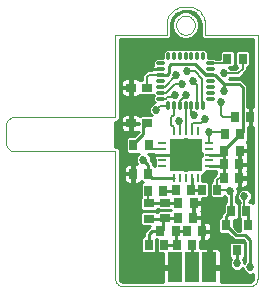
<source format=gtl>
G75*
%MOIN*%
%OFA0B0*%
%FSLAX24Y24*%
%IPPOS*%
%LPD*%
%AMOC8*
5,1,8,0,0,1.08239X$1,22.5*
%
%ADD10C,0.0000*%
%ADD11R,0.1063X0.1063*%
%ADD12R,0.0276X0.0098*%
%ADD13R,0.0098X0.0276*%
%ADD14R,0.0276X0.0354*%
%ADD15R,0.0354X0.0276*%
%ADD16R,0.0343X0.0307*%
%ADD17R,0.0500X0.1000*%
%ADD18R,0.0315X0.0354*%
%ADD19C,0.0118*%
%ADD20C,0.0100*%
%ADD21C,0.0160*%
%ADD22C,0.0270*%
%ADD23C,0.0080*%
D10*
X009958Y013875D02*
X013333Y013875D01*
X013333Y009625D01*
X013335Y009595D01*
X013340Y009565D01*
X013349Y009536D01*
X013362Y009509D01*
X013377Y009483D01*
X013396Y009459D01*
X013417Y009438D01*
X013441Y009419D01*
X013467Y009404D01*
X013494Y009391D01*
X013523Y009382D01*
X013553Y009377D01*
X013583Y009375D01*
X017831Y009375D01*
X017861Y009377D01*
X017891Y009382D01*
X017920Y009391D01*
X017948Y009403D01*
X017973Y009419D01*
X017997Y009437D01*
X018019Y009458D01*
X018038Y009482D01*
X018053Y009508D01*
X018066Y009535D01*
X018075Y009564D01*
X018081Y009594D01*
X018083Y009624D01*
X018083Y017750D01*
X016333Y017750D01*
X016333Y018124D01*
X016333Y018125D02*
X016330Y018170D01*
X016323Y018215D01*
X016313Y018259D01*
X016300Y018303D01*
X016283Y018345D01*
X016263Y018386D01*
X016239Y018425D01*
X016213Y018462D01*
X016184Y018497D01*
X016152Y018529D01*
X016118Y018559D01*
X016082Y018586D01*
X016043Y018611D01*
X016003Y018632D01*
X015961Y018650D01*
X015918Y018664D01*
X015874Y018675D01*
X015829Y018683D01*
X015784Y018687D01*
X015738Y018688D01*
X015739Y018688D02*
X015603Y018688D01*
X015602Y018687D02*
X015555Y018682D01*
X015509Y018672D01*
X015464Y018660D01*
X015420Y018643D01*
X015377Y018624D01*
X015336Y018601D01*
X015297Y018575D01*
X015260Y018546D01*
X015226Y018514D01*
X015194Y018479D01*
X015164Y018442D01*
X015138Y018403D01*
X015115Y018362D01*
X015096Y018319D01*
X015079Y018275D01*
X015067Y018230D01*
X015057Y018184D01*
X015052Y018137D01*
X015050Y018090D01*
X015052Y018043D01*
X015052Y017750D01*
X013333Y017750D01*
X013333Y015000D01*
X009958Y015000D01*
X009928Y014998D01*
X009898Y014993D01*
X009869Y014984D01*
X009842Y014971D01*
X009816Y014956D01*
X009792Y014937D01*
X009771Y014916D01*
X009752Y014892D01*
X009737Y014866D01*
X009724Y014839D01*
X009715Y014810D01*
X009710Y014780D01*
X009708Y014750D01*
X009708Y014125D01*
X009710Y014095D01*
X009715Y014065D01*
X009724Y014036D01*
X009737Y014009D01*
X009752Y013983D01*
X009771Y013959D01*
X009792Y013938D01*
X009816Y013919D01*
X009842Y013904D01*
X009869Y013891D01*
X009898Y013882D01*
X009928Y013877D01*
X009958Y013875D01*
X015370Y018064D02*
X015372Y018099D01*
X015378Y018134D01*
X015388Y018167D01*
X015401Y018200D01*
X015418Y018231D01*
X015438Y018259D01*
X015462Y018285D01*
X015488Y018309D01*
X015516Y018329D01*
X015547Y018346D01*
X015580Y018359D01*
X015613Y018369D01*
X015648Y018375D01*
X015683Y018377D01*
X015718Y018375D01*
X015753Y018369D01*
X015786Y018359D01*
X015819Y018346D01*
X015850Y018329D01*
X015878Y018309D01*
X015904Y018285D01*
X015928Y018259D01*
X015948Y018231D01*
X015965Y018200D01*
X015978Y018167D01*
X015988Y018134D01*
X015994Y018099D01*
X015996Y018064D01*
X015994Y018029D01*
X015988Y017994D01*
X015978Y017961D01*
X015965Y017928D01*
X015948Y017897D01*
X015928Y017869D01*
X015904Y017843D01*
X015878Y017819D01*
X015850Y017799D01*
X015819Y017782D01*
X015786Y017769D01*
X015753Y017759D01*
X015718Y017753D01*
X015683Y017751D01*
X015648Y017753D01*
X015613Y017759D01*
X015580Y017769D01*
X015547Y017782D01*
X015516Y017799D01*
X015488Y017819D01*
X015462Y017843D01*
X015438Y017869D01*
X015418Y017897D01*
X015401Y017928D01*
X015388Y017961D01*
X015378Y017994D01*
X015372Y018029D01*
X015370Y018064D01*
D11*
X015689Y013758D03*
D12*
X016464Y013758D03*
X016464Y013955D03*
X016464Y014152D03*
X016464Y013561D03*
X016464Y013364D03*
X014913Y013364D03*
X014913Y013561D03*
X014913Y013758D03*
X014913Y013955D03*
X014913Y014152D03*
D13*
X015295Y014533D03*
X015492Y014533D03*
X015689Y014533D03*
X015885Y014533D03*
X016082Y014533D03*
X016082Y012982D03*
X015885Y012982D03*
X015689Y012982D03*
X015492Y012982D03*
X015295Y012982D03*
D14*
X015358Y012578D03*
X014942Y012550D03*
X014430Y012550D03*
X014443Y013118D03*
X013931Y013118D03*
X013948Y014077D03*
X014460Y014077D03*
X015870Y012578D03*
X016226Y012583D03*
X015950Y012142D03*
X015933Y011653D03*
X015736Y011195D03*
X015359Y011214D03*
X015421Y011653D03*
X015438Y012142D03*
X014847Y011214D03*
X014969Y010748D03*
X015394Y010745D03*
X015905Y010745D03*
X016248Y011195D03*
X017202Y011875D03*
X017714Y011875D03*
X017469Y012976D03*
X017471Y013438D03*
X017489Y013883D03*
X016977Y013883D03*
X016959Y013438D03*
X016957Y012976D03*
X016738Y012583D03*
X017003Y014451D03*
X017515Y014451D03*
X017327Y015000D03*
X017839Y015000D03*
X017585Y016951D03*
X017074Y016951D03*
X014457Y010748D03*
D15*
X014463Y011617D03*
X014463Y012128D03*
X015006Y012157D03*
X015006Y011645D03*
D16*
X014399Y014797D03*
X013864Y014797D03*
X013864Y015990D03*
X014399Y015990D03*
D17*
X015328Y009993D03*
X015900Y009998D03*
X016468Y009993D03*
D18*
X017395Y010569D03*
X017769Y011396D03*
X017021Y011396D03*
D19*
X016272Y015307D02*
X016272Y015465D01*
X016075Y015465D02*
X016075Y015307D01*
X015879Y015307D02*
X015879Y015465D01*
X015682Y015465D02*
X015682Y015307D01*
X015485Y015307D02*
X015485Y015465D01*
X015288Y015465D02*
X015288Y015307D01*
X015091Y015307D02*
X015091Y015465D01*
X014934Y015622D02*
X014776Y015622D01*
X014776Y015819D02*
X014934Y015819D01*
X014934Y016016D02*
X014776Y016016D01*
X014776Y016213D02*
X014934Y016213D01*
X014934Y016410D02*
X014776Y016410D01*
X014776Y016607D02*
X014934Y016607D01*
X014934Y016803D02*
X014776Y016803D01*
X015091Y016961D02*
X015091Y017119D01*
X015288Y017119D02*
X015288Y016961D01*
X015485Y016961D02*
X015485Y017119D01*
X015682Y017119D02*
X015682Y016961D01*
X015879Y016961D02*
X015879Y017119D01*
X016075Y017119D02*
X016075Y016961D01*
X016272Y016961D02*
X016272Y017119D01*
X016430Y016803D02*
X016588Y016803D01*
X016588Y016607D02*
X016430Y016607D01*
X016430Y016410D02*
X016588Y016410D01*
X016588Y016213D02*
X016430Y016213D01*
X016430Y016016D02*
X016588Y016016D01*
X016588Y015819D02*
X016430Y015819D01*
X016430Y015622D02*
X016588Y015622D01*
D20*
X016958Y015875D02*
X016958Y016125D01*
X017458Y016125D01*
X017583Y016000D01*
X017583Y014500D01*
X017534Y014451D01*
X017515Y014451D01*
X016977Y013913D01*
X016977Y013883D01*
X016852Y013758D01*
X016464Y013758D01*
X016841Y013758D01*
X016958Y013875D01*
X016958Y013500D01*
X016958Y013378D01*
X016959Y013364D02*
X016959Y012978D01*
X016957Y012976D01*
X016709Y013110D02*
X016664Y013065D01*
X016576Y012977D01*
X016576Y012871D01*
X016555Y012871D01*
X016490Y012806D01*
X016490Y012361D01*
X016555Y012296D01*
X016922Y012296D01*
X016986Y012361D01*
X016986Y012376D01*
X017038Y012324D01*
X017042Y012322D01*
X017042Y012162D01*
X017019Y012162D01*
X016955Y012098D01*
X016955Y011853D01*
X016861Y011759D01*
X016861Y011683D01*
X016818Y011683D01*
X016753Y011619D01*
X016753Y011173D01*
X016818Y011109D01*
X017081Y011109D01*
X017194Y010996D01*
X017288Y010903D01*
X017598Y010903D01*
X017673Y010827D01*
X017673Y010186D01*
X017640Y010153D01*
X017640Y010175D01*
X017602Y010265D01*
X017585Y010282D01*
X017598Y010282D01*
X017662Y010347D01*
X017662Y010792D01*
X017598Y010857D01*
X017192Y010857D01*
X017127Y010792D01*
X017127Y010347D01*
X017192Y010282D01*
X017204Y010282D01*
X017187Y010265D01*
X017150Y010175D01*
X017150Y010078D01*
X017187Y009987D01*
X017256Y009919D01*
X017346Y009881D01*
X017443Y009881D01*
X017533Y009919D01*
X017588Y009974D01*
X017588Y009951D01*
X017626Y009861D01*
X017695Y009792D01*
X017785Y009755D01*
X017882Y009755D01*
X017933Y009776D01*
X017933Y009625D01*
X017930Y009599D01*
X017903Y009554D01*
X017858Y009528D01*
X017832Y009525D01*
X017832Y009525D01*
X017770Y009525D01*
X017770Y009525D01*
X016868Y009525D01*
X016868Y009943D01*
X016518Y009943D01*
X016518Y010042D01*
X016868Y010042D01*
X016868Y010512D01*
X016858Y010550D01*
X016838Y010585D01*
X016810Y010613D01*
X016776Y010632D01*
X016738Y010642D01*
X016518Y010642D01*
X016518Y010043D01*
X016418Y010043D01*
X016418Y010642D01*
X016199Y010642D01*
X016160Y010632D01*
X016153Y010628D01*
X016153Y010868D01*
X016229Y010868D01*
X016229Y011176D01*
X016267Y011176D01*
X016267Y010868D01*
X016405Y010868D01*
X016444Y010878D01*
X016478Y010898D01*
X016506Y010926D01*
X016525Y010960D01*
X016536Y010998D01*
X016536Y011176D01*
X016267Y011176D01*
X016267Y011214D01*
X016536Y011214D01*
X016536Y011392D01*
X016525Y011430D01*
X016506Y011465D01*
X016478Y011493D01*
X016444Y011512D01*
X016405Y011522D01*
X016267Y011522D01*
X016267Y011214D01*
X016229Y011214D01*
X016229Y011522D01*
X016221Y011522D01*
X016221Y011634D01*
X015952Y011634D01*
X015952Y011672D01*
X015914Y011672D01*
X015914Y011815D01*
X015931Y011815D01*
X015931Y012123D01*
X015969Y012123D01*
X015969Y011980D01*
X015952Y011980D01*
X015952Y011672D01*
X016221Y011672D01*
X016221Y011850D01*
X016212Y011881D01*
X016228Y011907D01*
X016238Y011945D01*
X016238Y012124D01*
X015969Y012124D01*
X015969Y012161D01*
X016238Y012161D01*
X016238Y012296D01*
X016410Y012296D01*
X016474Y012361D01*
X016474Y012806D01*
X016410Y012871D01*
X016242Y012871D01*
X016242Y013077D01*
X016278Y013087D01*
X016312Y013106D01*
X016340Y013134D01*
X016360Y013168D01*
X016370Y013205D01*
X016397Y013205D01*
X016398Y013204D01*
X016715Y013204D01*
X016709Y013199D01*
X016709Y013110D01*
X016709Y013115D02*
X016320Y013115D01*
X016242Y013016D02*
X016615Y013016D01*
X016576Y012918D02*
X016242Y012918D01*
X016461Y012819D02*
X016503Y012819D01*
X016490Y012721D02*
X016474Y012721D01*
X016474Y012622D02*
X016490Y012622D01*
X016490Y012524D02*
X016474Y012524D01*
X016474Y012425D02*
X016490Y012425D01*
X016524Y012327D02*
X016440Y012327D01*
X016238Y012228D02*
X017042Y012228D01*
X017035Y012327D02*
X016952Y012327D01*
X016986Y012130D02*
X015969Y012130D01*
X015969Y012031D02*
X015931Y012031D01*
X015931Y011933D02*
X015952Y011933D01*
X015952Y011834D02*
X015931Y011834D01*
X015914Y011736D02*
X015952Y011736D01*
X015952Y011637D02*
X016771Y011637D01*
X016753Y011539D02*
X016221Y011539D01*
X016229Y011440D02*
X016267Y011440D01*
X016267Y011342D02*
X016229Y011342D01*
X016229Y011243D02*
X016267Y011243D01*
X016267Y011145D02*
X016229Y011145D01*
X016229Y011046D02*
X016267Y011046D01*
X016267Y010948D02*
X016229Y010948D01*
X016153Y010849D02*
X017184Y010849D01*
X017127Y010751D02*
X016153Y010751D01*
X016153Y010652D02*
X017127Y010652D01*
X017127Y010554D02*
X016856Y010554D01*
X016868Y010455D02*
X017127Y010455D01*
X017127Y010357D02*
X016868Y010357D01*
X016868Y010258D02*
X017184Y010258D01*
X017150Y010160D02*
X016868Y010160D01*
X016868Y010061D02*
X017156Y010061D01*
X017212Y009963D02*
X016518Y009963D01*
X016518Y010061D02*
X016418Y010061D01*
X016418Y010160D02*
X016518Y010160D01*
X016518Y010258D02*
X016418Y010258D01*
X016418Y010357D02*
X016518Y010357D01*
X016518Y010455D02*
X016418Y010455D01*
X016418Y010554D02*
X016518Y010554D01*
X016518Y010948D02*
X017243Y010948D01*
X017144Y011046D02*
X016536Y011046D01*
X016536Y011145D02*
X016782Y011145D01*
X016753Y011243D02*
X016536Y011243D01*
X016536Y011342D02*
X016753Y011342D01*
X016753Y011440D02*
X016520Y011440D01*
X016221Y011736D02*
X016861Y011736D01*
X016935Y011834D02*
X016221Y011834D01*
X016234Y011933D02*
X016955Y011933D01*
X016955Y012031D02*
X016238Y012031D01*
X016226Y012583D02*
X015874Y012583D01*
X015870Y012578D01*
X015885Y012594D01*
X015885Y012982D01*
X015739Y013230D02*
X015639Y013230D01*
X015639Y013708D01*
X015739Y013708D01*
X016216Y013708D01*
X016216Y013808D01*
X015739Y013808D01*
X015739Y013708D01*
X015739Y013230D01*
X015739Y013312D02*
X015639Y013312D01*
X015639Y013410D02*
X015739Y013410D01*
X015739Y013509D02*
X015639Y013509D01*
X015639Y013607D02*
X015739Y013607D01*
X015739Y013706D02*
X015639Y013706D01*
X015639Y013708D02*
X015201Y013708D01*
X015201Y013758D01*
X014913Y013758D01*
X014913Y013758D01*
X014625Y013758D01*
X014625Y013790D01*
X014421Y013790D01*
X014484Y013728D01*
X014521Y013637D01*
X014521Y013570D01*
X014603Y013488D01*
X014603Y013405D01*
X014626Y013405D01*
X014665Y013366D01*
X014665Y013459D01*
X014669Y013463D01*
X014665Y013466D01*
X014665Y013607D01*
X014521Y013607D01*
X014493Y013706D02*
X014625Y013706D01*
X014625Y013689D02*
X014635Y013651D01*
X014655Y013617D01*
X014665Y013607D01*
X014625Y013689D02*
X014625Y013758D01*
X014913Y013758D01*
X014913Y013758D01*
X015201Y013758D01*
X015201Y013808D01*
X015639Y013808D01*
X015639Y014286D01*
X015739Y014286D01*
X015739Y013808D01*
X015639Y013808D01*
X015639Y013708D01*
X015639Y013804D02*
X015201Y013804D01*
X015639Y013903D02*
X015739Y013903D01*
X015739Y014001D02*
X015639Y014001D01*
X015639Y014100D02*
X015739Y014100D01*
X015739Y014198D02*
X015639Y014198D01*
X015739Y013804D02*
X016216Y013804D01*
X016464Y013364D02*
X016959Y013364D01*
X016959Y013438D01*
X017452Y013419D02*
X017452Y013111D01*
X017450Y013111D01*
X017450Y012995D01*
X017488Y012995D01*
X017756Y012995D01*
X017756Y013173D01*
X017748Y013203D01*
X017749Y013203D01*
X017759Y013241D01*
X017759Y013419D01*
X017490Y013419D01*
X017490Y013303D01*
X017488Y013303D01*
X017488Y012995D01*
X017488Y012957D01*
X017756Y012957D01*
X017756Y012779D01*
X017746Y012741D01*
X017726Y012707D01*
X017699Y012679D01*
X017664Y012659D01*
X017626Y012649D01*
X017488Y012649D01*
X017488Y012957D01*
X017450Y012957D01*
X017450Y012649D01*
X017394Y012649D01*
X017422Y012580D01*
X017422Y012483D01*
X017385Y012392D01*
X017362Y012370D01*
X017362Y012162D01*
X017386Y012162D01*
X017450Y012098D01*
X017450Y011652D01*
X017386Y011588D01*
X017288Y011588D01*
X017288Y011355D01*
X017421Y011222D01*
X017501Y011222D01*
X017501Y011618D01*
X017466Y011652D01*
X017466Y012098D01*
X017496Y012127D01*
X017496Y012179D01*
X017438Y012236D01*
X017401Y012326D01*
X017401Y012424D01*
X017438Y012514D01*
X017507Y012583D01*
X017597Y012620D01*
X017695Y012620D01*
X017785Y012583D01*
X017854Y012514D01*
X017891Y012424D01*
X017891Y012326D01*
X017854Y012236D01*
X017796Y012179D01*
X017796Y012162D01*
X017898Y012162D01*
X017933Y012126D01*
X017933Y014673D01*
X017858Y014673D01*
X017858Y014981D01*
X017820Y014981D01*
X017820Y014673D01*
X017763Y014673D01*
X017763Y014228D01*
X017716Y014181D01*
X017719Y014180D01*
X017746Y014152D01*
X017766Y014118D01*
X017776Y014079D01*
X017776Y013901D01*
X017508Y013901D01*
X017508Y013864D01*
X017776Y013864D01*
X017776Y013686D01*
X017766Y013647D01*
X017759Y013635D01*
X017759Y013457D01*
X017490Y013457D01*
X017490Y013419D01*
X017452Y013419D01*
X017452Y013410D02*
X017490Y013410D01*
X017490Y013457D02*
X017452Y013457D01*
X017452Y013555D01*
X017470Y013555D01*
X017470Y013864D01*
X017508Y013864D01*
X017508Y013765D01*
X017490Y013765D01*
X017490Y013457D01*
X017490Y013509D02*
X017452Y013509D01*
X017470Y013607D02*
X017490Y013607D01*
X017490Y013706D02*
X017470Y013706D01*
X017470Y013804D02*
X017508Y013804D01*
X017776Y013804D02*
X017933Y013804D01*
X017933Y013706D02*
X017776Y013706D01*
X017759Y013607D02*
X017933Y013607D01*
X017933Y013509D02*
X017759Y013509D01*
X017759Y013410D02*
X017933Y013410D01*
X017933Y013312D02*
X017759Y013312D01*
X017751Y013213D02*
X017933Y013213D01*
X017933Y013115D02*
X017756Y013115D01*
X017756Y013016D02*
X017933Y013016D01*
X017933Y012918D02*
X017756Y012918D01*
X017756Y012819D02*
X017933Y012819D01*
X017933Y012721D02*
X017734Y012721D01*
X017933Y012622D02*
X017405Y012622D01*
X017422Y012524D02*
X017448Y012524D01*
X017401Y012425D02*
X017398Y012425D01*
X017401Y012327D02*
X017362Y012327D01*
X017362Y012228D02*
X017446Y012228D01*
X017418Y012130D02*
X017496Y012130D01*
X017466Y012031D02*
X017450Y012031D01*
X017450Y011933D02*
X017466Y011933D01*
X017466Y011834D02*
X017450Y011834D01*
X017450Y011736D02*
X017466Y011736D01*
X017482Y011637D02*
X017435Y011637D01*
X017501Y011539D02*
X017288Y011539D01*
X017288Y011440D02*
X017501Y011440D01*
X017501Y011342D02*
X017302Y011342D01*
X017400Y011243D02*
X017501Y011243D01*
X017354Y011063D02*
X017664Y011063D01*
X017833Y010893D01*
X017833Y010000D01*
X017646Y010160D02*
X017640Y010160D01*
X017673Y010258D02*
X017605Y010258D01*
X017662Y010357D02*
X017673Y010357D01*
X017662Y010455D02*
X017673Y010455D01*
X017662Y010554D02*
X017673Y010554D01*
X017662Y010652D02*
X017673Y010652D01*
X017662Y010751D02*
X017673Y010751D01*
X017651Y010849D02*
X017605Y010849D01*
X017354Y011063D02*
X017021Y011396D01*
X017021Y011693D01*
X017202Y011875D01*
X017202Y012506D01*
X017450Y012721D02*
X017488Y012721D01*
X017488Y012819D02*
X017450Y012819D01*
X017450Y012918D02*
X017488Y012918D01*
X017488Y013016D02*
X017450Y013016D01*
X017452Y013115D02*
X017488Y013115D01*
X017488Y013213D02*
X017452Y013213D01*
X017452Y013312D02*
X017490Y013312D01*
X017776Y013903D02*
X017933Y013903D01*
X017933Y014001D02*
X017776Y014001D01*
X017771Y014100D02*
X017933Y014100D01*
X017933Y014198D02*
X017733Y014198D01*
X017763Y014297D02*
X017933Y014297D01*
X017933Y014395D02*
X017763Y014395D01*
X017763Y014494D02*
X017933Y014494D01*
X017933Y014592D02*
X017763Y014592D01*
X017820Y014691D02*
X017858Y014691D01*
X017858Y014789D02*
X017820Y014789D01*
X017820Y014888D02*
X017858Y014888D01*
X017858Y015019D02*
X017820Y015019D01*
X017820Y015327D01*
X017743Y015327D01*
X017743Y016066D01*
X017618Y016191D01*
X017525Y016285D01*
X017135Y016285D01*
X017167Y016318D01*
X017488Y016318D01*
X017645Y016475D01*
X017733Y016563D01*
X017733Y016664D01*
X017769Y016664D01*
X017833Y016729D01*
X017833Y017174D01*
X017769Y017238D01*
X017402Y017238D01*
X017338Y017174D01*
X017338Y016729D01*
X017402Y016664D01*
X017410Y016664D01*
X017364Y016617D01*
X017167Y016617D01*
X017121Y016664D01*
X017257Y016664D01*
X017321Y016729D01*
X017321Y017174D01*
X017257Y017238D01*
X016890Y017238D01*
X016826Y017174D01*
X016826Y016953D01*
X016676Y016953D01*
X016657Y016972D01*
X016441Y016972D01*
X016441Y017188D01*
X016342Y017287D01*
X016202Y017287D01*
X016174Y017259D01*
X016145Y017287D01*
X016005Y017287D01*
X015977Y017259D01*
X015949Y017287D01*
X015809Y017287D01*
X015780Y017259D01*
X015752Y017287D01*
X015612Y017287D01*
X015583Y017259D01*
X015555Y017287D01*
X015415Y017287D01*
X015386Y017259D01*
X015358Y017287D01*
X015218Y017287D01*
X015190Y017259D01*
X015161Y017287D01*
X015021Y017287D01*
X014922Y017188D01*
X014922Y016972D01*
X014706Y016972D01*
X014607Y016873D01*
X014607Y016733D01*
X014608Y016733D01*
X014581Y016687D01*
X014567Y016634D01*
X014567Y016607D01*
X014855Y016607D01*
X014855Y016607D01*
X014567Y016607D01*
X014567Y016579D01*
X014572Y016560D01*
X014401Y016560D01*
X014336Y016495D01*
X014248Y016407D01*
X014248Y016254D01*
X014182Y016254D01*
X014159Y016230D01*
X014155Y016236D01*
X014127Y016264D01*
X014093Y016283D01*
X014055Y016294D01*
X013891Y016294D01*
X013891Y016017D01*
X013837Y016017D01*
X013837Y015963D01*
X013891Y015963D01*
X013891Y015687D01*
X014055Y015687D01*
X014093Y015697D01*
X014127Y015717D01*
X014155Y015745D01*
X014159Y015750D01*
X014182Y015727D01*
X014616Y015727D01*
X014623Y015733D01*
X014636Y015721D01*
X014607Y015692D01*
X014607Y015552D01*
X014664Y015495D01*
X014660Y015495D01*
X014570Y015458D01*
X014501Y015389D01*
X014463Y015299D01*
X014463Y015201D01*
X014501Y015111D01*
X014551Y015061D01*
X014182Y015061D01*
X014159Y015037D01*
X014155Y015043D01*
X014127Y015071D01*
X014093Y015091D01*
X014055Y015101D01*
X013891Y015101D01*
X013891Y014824D01*
X014118Y014824D01*
X014118Y014770D01*
X013891Y014770D01*
X013891Y014824D01*
X013837Y014824D01*
X013837Y014770D01*
X013891Y014770D01*
X013891Y014494D01*
X014055Y014494D01*
X014093Y014504D01*
X014116Y014517D01*
X014116Y014513D01*
X013968Y014364D01*
X013765Y014364D01*
X013700Y014300D01*
X013700Y013854D01*
X013765Y013790D01*
X014131Y013790D01*
X014068Y013728D01*
X014031Y013637D01*
X014031Y013540D01*
X014068Y013450D01*
X014073Y013445D01*
X013950Y013445D01*
X013950Y013137D01*
X013912Y013137D01*
X013912Y013445D01*
X013773Y013445D01*
X013735Y013435D01*
X013701Y013415D01*
X013673Y013387D01*
X013653Y013353D01*
X013643Y013315D01*
X013643Y013137D01*
X013912Y013137D01*
X013912Y013099D01*
X013643Y013099D01*
X013643Y012921D01*
X013653Y012883D01*
X013673Y012848D01*
X013701Y012820D01*
X013735Y012801D01*
X013773Y012790D01*
X013912Y012790D01*
X013912Y013099D01*
X013950Y013099D01*
X013950Y012790D01*
X014088Y012790D01*
X014126Y012801D01*
X014161Y012820D01*
X014189Y012848D01*
X014208Y012882D01*
X014253Y012837D01*
X014246Y012837D01*
X014182Y012772D01*
X014182Y012327D01*
X014187Y012322D01*
X014176Y012312D01*
X014176Y011945D01*
X014241Y011881D01*
X014686Y011881D01*
X014749Y011944D01*
X014784Y011909D01*
X015201Y011909D01*
X015204Y011906D01*
X015191Y011893D01*
X014784Y011893D01*
X014720Y011830D01*
X014686Y011864D01*
X014241Y011864D01*
X014176Y011800D01*
X014176Y011433D01*
X014241Y011369D01*
X014483Y011369D01*
X014397Y011282D01*
X014303Y011189D01*
X014303Y011035D01*
X014274Y011035D01*
X014210Y010970D01*
X014210Y010525D01*
X014274Y010460D01*
X014641Y010460D01*
X014705Y010525D01*
X014705Y010927D01*
X014721Y010927D01*
X014721Y010525D01*
X014786Y010460D01*
X014928Y010460D01*
X014928Y010042D01*
X015278Y010042D01*
X015278Y009943D01*
X014928Y009943D01*
X014928Y009525D01*
X013583Y009525D01*
X013557Y009528D01*
X013513Y009554D01*
X013487Y009599D01*
X013483Y009625D01*
X013483Y013937D01*
X013395Y014025D01*
X013333Y014025D01*
X013333Y014850D01*
X013395Y014850D01*
X013483Y014938D01*
X013483Y017600D01*
X015114Y017600D01*
X015202Y017688D01*
X015202Y017988D01*
X015206Y017993D01*
X015202Y018049D01*
X015202Y018078D01*
X015203Y018143D01*
X015258Y018310D01*
X015371Y018443D01*
X015528Y018522D01*
X015612Y018538D01*
X015679Y018538D01*
X015681Y018536D01*
X015741Y018538D01*
X015744Y018538D01*
X015827Y018532D01*
X015983Y018472D01*
X015983Y018472D01*
X016105Y018357D01*
X016173Y018204D01*
X016183Y018121D01*
X016183Y017688D01*
X016271Y017600D01*
X017933Y017600D01*
X017933Y015327D01*
X017858Y015327D01*
X017858Y015019D01*
X017858Y015085D02*
X017820Y015085D01*
X017820Y015183D02*
X017858Y015183D01*
X017858Y015282D02*
X017820Y015282D01*
X017743Y015380D02*
X017933Y015380D01*
X017933Y015479D02*
X017743Y015479D01*
X017743Y015577D02*
X017933Y015577D01*
X017933Y015676D02*
X017743Y015676D01*
X017743Y015774D02*
X017933Y015774D01*
X017933Y015873D02*
X017743Y015873D01*
X017743Y015971D02*
X017933Y015971D01*
X017933Y016070D02*
X017740Y016070D01*
X017642Y016168D02*
X017933Y016168D01*
X017933Y016267D02*
X017543Y016267D01*
X017535Y016365D02*
X017933Y016365D01*
X017933Y016464D02*
X017634Y016464D01*
X017732Y016562D02*
X017933Y016562D01*
X017933Y016661D02*
X017733Y016661D01*
X017833Y016759D02*
X017933Y016759D01*
X017933Y016858D02*
X017833Y016858D01*
X017833Y016956D02*
X017933Y016956D01*
X017933Y017055D02*
X017833Y017055D01*
X017833Y017153D02*
X017933Y017153D01*
X017933Y017252D02*
X016378Y017252D01*
X016441Y017153D02*
X016826Y017153D01*
X016826Y017055D02*
X016441Y017055D01*
X016674Y016956D02*
X016826Y016956D01*
X017124Y016661D02*
X017407Y016661D01*
X017338Y016759D02*
X017321Y016759D01*
X017321Y016858D02*
X017338Y016858D01*
X017338Y016956D02*
X017321Y016956D01*
X017321Y017055D02*
X017338Y017055D01*
X017338Y017153D02*
X017321Y017153D01*
X017933Y017350D02*
X013483Y017350D01*
X013483Y017252D02*
X014985Y017252D01*
X014922Y017153D02*
X013483Y017153D01*
X013483Y017055D02*
X014922Y017055D01*
X014690Y016956D02*
X013483Y016956D01*
X013483Y016858D02*
X014607Y016858D01*
X014607Y016759D02*
X013483Y016759D01*
X013483Y016661D02*
X014574Y016661D01*
X014572Y016562D02*
X013483Y016562D01*
X013483Y016464D02*
X014305Y016464D01*
X014248Y016365D02*
X013483Y016365D01*
X013483Y016267D02*
X013605Y016267D01*
X013600Y016264D02*
X013573Y016236D01*
X013553Y016202D01*
X013543Y016163D01*
X013543Y016017D01*
X013837Y016017D01*
X013837Y016294D01*
X013673Y016294D01*
X013635Y016283D01*
X013600Y016264D01*
X013544Y016168D02*
X013483Y016168D01*
X013483Y016070D02*
X013543Y016070D01*
X013543Y015963D02*
X013543Y015817D01*
X013553Y015779D01*
X013573Y015745D01*
X013600Y015717D01*
X013635Y015697D01*
X013673Y015687D01*
X013837Y015687D01*
X013837Y015963D01*
X013543Y015963D01*
X013483Y015971D02*
X013837Y015971D01*
X013837Y015873D02*
X013891Y015873D01*
X013891Y015774D02*
X013837Y015774D01*
X013556Y015774D02*
X013483Y015774D01*
X013483Y015676D02*
X014607Y015676D01*
X014607Y015577D02*
X013483Y015577D01*
X013483Y015479D02*
X014620Y015479D01*
X014497Y015380D02*
X013483Y015380D01*
X013483Y015282D02*
X014463Y015282D01*
X014471Y015183D02*
X013483Y015183D01*
X013483Y015085D02*
X013624Y015085D01*
X013635Y015091D02*
X013600Y015071D01*
X013573Y015043D01*
X013553Y015009D01*
X013543Y014971D01*
X013543Y014824D01*
X013837Y014824D01*
X013837Y015101D01*
X013673Y015101D01*
X013635Y015091D01*
X013547Y014986D02*
X013483Y014986D01*
X013433Y014888D02*
X013543Y014888D01*
X013543Y014770D02*
X013543Y014624D01*
X013553Y014586D01*
X013573Y014552D01*
X013600Y014524D01*
X013635Y014504D01*
X013673Y014494D01*
X013837Y014494D01*
X013837Y014770D01*
X013543Y014770D01*
X013543Y014691D02*
X013333Y014691D01*
X013333Y014789D02*
X013837Y014789D01*
X013891Y014789D02*
X014118Y014789D01*
X014276Y014674D02*
X014276Y014446D01*
X013948Y014118D01*
X013948Y014077D01*
X013998Y014395D02*
X013333Y014395D01*
X013333Y014297D02*
X013700Y014297D01*
X013700Y014198D02*
X013333Y014198D01*
X013333Y014100D02*
X013700Y014100D01*
X013700Y014001D02*
X013419Y014001D01*
X013483Y013903D02*
X013700Y013903D01*
X013751Y013804D02*
X013483Y013804D01*
X013483Y013706D02*
X014059Y013706D01*
X014031Y013607D02*
X013483Y013607D01*
X013483Y013509D02*
X014044Y013509D01*
X013950Y013410D02*
X013912Y013410D01*
X013912Y013312D02*
X013950Y013312D01*
X013950Y013213D02*
X013912Y013213D01*
X013912Y013115D02*
X013483Y013115D01*
X013483Y013213D02*
X013643Y013213D01*
X013643Y013312D02*
X013483Y013312D01*
X013483Y013410D02*
X013696Y013410D01*
X013643Y013016D02*
X013483Y013016D01*
X013483Y012918D02*
X013644Y012918D01*
X013703Y012819D02*
X013483Y012819D01*
X013483Y012721D02*
X014182Y012721D01*
X014182Y012622D02*
X013483Y012622D01*
X013483Y012524D02*
X014182Y012524D01*
X014182Y012425D02*
X013483Y012425D01*
X013483Y012327D02*
X014182Y012327D01*
X014176Y012228D02*
X013483Y012228D01*
X013483Y012130D02*
X014176Y012130D01*
X014176Y012031D02*
X013483Y012031D01*
X013483Y011933D02*
X014189Y011933D01*
X014210Y011834D02*
X013483Y011834D01*
X013483Y011736D02*
X014176Y011736D01*
X014176Y011637D02*
X013483Y011637D01*
X013483Y011539D02*
X014176Y011539D01*
X014176Y011440D02*
X013483Y011440D01*
X013483Y011342D02*
X014456Y011342D01*
X014358Y011243D02*
X013483Y011243D01*
X013483Y011145D02*
X014303Y011145D01*
X014303Y011046D02*
X013483Y011046D01*
X013483Y010948D02*
X014210Y010948D01*
X014210Y010849D02*
X013483Y010849D01*
X013483Y010751D02*
X014210Y010751D01*
X014210Y010652D02*
X013483Y010652D01*
X013483Y010554D02*
X014210Y010554D01*
X014457Y010748D02*
X014463Y010753D01*
X014463Y011123D01*
X014555Y011214D01*
X014847Y011214D01*
X014847Y011220D01*
X014877Y011250D01*
X014938Y011250D01*
X014938Y011577D01*
X015006Y011645D01*
X014978Y011617D01*
X014463Y011617D01*
X014716Y011834D02*
X014725Y011834D01*
X014738Y011933D02*
X014761Y011933D01*
X015006Y012157D02*
X014492Y012157D01*
X014463Y012128D01*
X014422Y012170D01*
X014942Y012550D02*
X015329Y012550D01*
X015358Y012578D01*
X015295Y012982D02*
X014578Y012982D01*
X014443Y013118D01*
X014443Y013422D01*
X014276Y013589D01*
X014582Y013509D02*
X014665Y013509D01*
X014665Y013410D02*
X014603Y013410D01*
X014228Y012819D02*
X014158Y012819D01*
X013950Y012819D02*
X013912Y012819D01*
X013912Y012918D02*
X013950Y012918D01*
X013950Y013016D02*
X013912Y013016D01*
X015006Y012157D02*
X015424Y012157D01*
X015438Y012142D01*
X015421Y011653D02*
X015014Y011653D01*
X015006Y011645D01*
X015359Y011214D02*
X015359Y010780D01*
X015394Y010745D01*
X015391Y010748D01*
X014969Y010748D01*
X014721Y010751D02*
X014705Y010751D01*
X014705Y010849D02*
X014721Y010849D01*
X014705Y010652D02*
X014721Y010652D01*
X014721Y010554D02*
X014705Y010554D01*
X014928Y010455D02*
X013483Y010455D01*
X013483Y010357D02*
X014928Y010357D01*
X014928Y010258D02*
X013483Y010258D01*
X013483Y010160D02*
X014928Y010160D01*
X014928Y010061D02*
X013483Y010061D01*
X013483Y009963D02*
X015278Y009963D01*
X014928Y009864D02*
X013483Y009864D01*
X013483Y009766D02*
X014928Y009766D01*
X014928Y009667D02*
X013483Y009667D01*
X013504Y009569D02*
X014928Y009569D01*
X015900Y009998D02*
X015900Y010739D01*
X015905Y010745D01*
X015736Y011195D02*
X015717Y011214D01*
X015359Y011214D01*
X016868Y009864D02*
X017624Y009864D01*
X017588Y009963D02*
X017577Y009963D01*
X017395Y010126D02*
X017395Y010558D01*
X017389Y010564D01*
X017769Y011396D02*
X017769Y011821D01*
X017714Y011875D01*
X017708Y011881D01*
X017930Y012130D02*
X017933Y012130D01*
X017933Y012228D02*
X017845Y012228D01*
X017891Y012327D02*
X017933Y012327D01*
X017933Y012425D02*
X017890Y012425D01*
X017933Y012524D02*
X017844Y012524D01*
X017907Y009766D02*
X017933Y009766D01*
X017933Y009667D02*
X016868Y009667D01*
X016868Y009569D02*
X017912Y009569D01*
X017759Y009766D02*
X016868Y009766D01*
X014097Y014494D02*
X013333Y014494D01*
X013333Y014592D02*
X013551Y014592D01*
X013837Y014592D02*
X013891Y014592D01*
X013891Y014691D02*
X013837Y014691D01*
X013837Y014888D02*
X013891Y014888D01*
X013891Y014986D02*
X013837Y014986D01*
X013837Y015085D02*
X013891Y015085D01*
X014103Y015085D02*
X014527Y015085D01*
X014399Y014797D02*
X014276Y014674D01*
X013543Y015873D02*
X013483Y015873D01*
X013837Y016070D02*
X013891Y016070D01*
X013891Y016168D02*
X013837Y016168D01*
X013837Y016267D02*
X013891Y016267D01*
X014122Y016267D02*
X014248Y016267D01*
X014855Y016410D02*
X014858Y016406D01*
X015072Y016406D01*
X015133Y016468D01*
X015133Y016713D01*
X015195Y016774D01*
X015991Y016774D01*
X016355Y016410D01*
X016509Y016410D01*
X016674Y016410D01*
X016958Y016125D01*
X017933Y017449D02*
X013483Y017449D01*
X013483Y017547D02*
X017933Y017547D01*
X016226Y017646D02*
X015882Y017646D01*
X015945Y017672D02*
X016075Y017802D01*
X016146Y017972D01*
X016146Y018156D01*
X016075Y018326D01*
X015945Y018456D01*
X015775Y018526D01*
X015591Y018526D01*
X015421Y018456D01*
X015291Y018326D01*
X015221Y018156D01*
X015221Y017972D01*
X015291Y017802D01*
X015421Y017672D01*
X015591Y017601D01*
X015775Y017601D01*
X015945Y017672D01*
X016018Y017744D02*
X016183Y017744D01*
X016183Y017843D02*
X016092Y017843D01*
X016133Y017941D02*
X016183Y017941D01*
X016183Y018040D02*
X016146Y018040D01*
X016146Y018138D02*
X016181Y018138D01*
X016158Y018237D02*
X016112Y018237D01*
X016114Y018335D02*
X016066Y018335D01*
X016023Y018434D02*
X015968Y018434D01*
X015820Y018532D02*
X015581Y018532D01*
X015399Y018434D02*
X015363Y018434D01*
X015301Y018335D02*
X015279Y018335D01*
X015254Y018237D02*
X015234Y018237D01*
X015221Y018138D02*
X015203Y018138D01*
X015203Y018040D02*
X015221Y018040D01*
X015234Y017941D02*
X015202Y017941D01*
X015202Y017843D02*
X015274Y017843D01*
X015202Y017744D02*
X015349Y017744D01*
X015484Y017646D02*
X015160Y017646D01*
D21*
X015492Y013955D02*
X015689Y013758D01*
D22*
X015708Y013750D03*
X016458Y014500D03*
X016333Y014939D03*
X015958Y015061D03*
X015458Y014875D03*
X014708Y015250D03*
X015317Y015733D03*
X015685Y015733D03*
X015562Y016100D03*
X015378Y016411D03*
X015743Y016529D03*
X015930Y016223D03*
X016865Y015500D03*
X016958Y015875D03*
X016971Y016468D03*
X016583Y017375D03*
X014276Y013589D03*
X013661Y013615D03*
X013957Y012713D03*
X013957Y012401D03*
X013957Y012088D03*
X014086Y010983D03*
X014088Y010649D03*
X014338Y010365D03*
X014651Y010124D03*
X016272Y010769D03*
X016617Y011355D03*
X016567Y011689D03*
X016560Y012216D03*
X017177Y012531D03*
X017646Y012375D03*
X016463Y012986D03*
X017395Y010126D03*
X017833Y010000D03*
D23*
X017208Y010000D02*
X017201Y009993D01*
X016468Y009993D01*
X017315Y010588D02*
X017333Y010569D01*
X017395Y010569D01*
X017389Y010564D01*
X017646Y011881D02*
X017646Y012375D01*
X017202Y012506D02*
X017177Y012531D01*
X017125Y012583D01*
X016738Y012583D01*
X016726Y012596D01*
X016726Y012915D01*
X016789Y012978D01*
X016959Y012978D01*
X016959Y013438D02*
X016959Y013499D01*
X016958Y013500D01*
X016464Y014152D02*
X016464Y014494D01*
X016960Y014494D01*
X017003Y014451D01*
X016464Y014494D02*
X016458Y014500D01*
X016208Y014814D02*
X016333Y014939D01*
X016208Y014814D02*
X015930Y014814D01*
X015885Y014770D01*
X015885Y014533D01*
X015689Y014533D02*
X015685Y014538D01*
X015685Y014753D01*
X015708Y014776D01*
X015708Y015000D01*
X015689Y015020D01*
X015689Y015379D01*
X015682Y015386D01*
X015879Y015386D02*
X015879Y015141D01*
X015958Y015061D01*
X016075Y015386D02*
X016075Y016077D01*
X015930Y016223D01*
X016236Y016284D02*
X015991Y016529D01*
X015743Y016529D01*
X015378Y016411D02*
X014983Y016016D01*
X014855Y016016D01*
X014855Y015819D02*
X015036Y015819D01*
X015317Y016100D01*
X015562Y016100D01*
X015685Y015733D02*
X015485Y015533D01*
X015485Y015386D01*
X015295Y015379D02*
X015288Y015386D01*
X015295Y015379D02*
X015295Y015087D01*
X015208Y015000D01*
X015208Y014750D01*
X015295Y014663D01*
X015295Y014533D01*
X015492Y014533D02*
X015492Y014842D01*
X015458Y014875D01*
X015091Y015386D02*
X014844Y015386D01*
X014708Y015250D01*
X014855Y015622D02*
X015023Y015622D01*
X015072Y015671D01*
X015256Y015671D01*
X015317Y015733D01*
X014855Y016410D02*
X014463Y016410D01*
X014398Y016345D01*
X014399Y016344D01*
X014399Y015990D01*
X014398Y015991D01*
X014398Y016345D01*
X016236Y016284D02*
X016236Y015549D01*
X016272Y015512D01*
X016272Y015386D01*
X016865Y015500D02*
X016865Y015063D01*
X016927Y015000D01*
X017327Y015000D01*
X017426Y016468D02*
X016971Y016468D01*
X016926Y016803D02*
X016509Y016803D01*
X016926Y016803D02*
X017074Y016951D01*
X017426Y016468D02*
X017583Y016625D01*
X017583Y016949D01*
X017585Y016951D01*
X014913Y013955D02*
X014580Y013955D01*
X014580Y013957D01*
X014460Y014077D01*
X015333Y012625D02*
X015333Y012500D01*
X015358Y012524D01*
X015358Y012578D01*
X015332Y012527D02*
X015332Y012501D01*
X015333Y012500D01*
X014430Y012550D02*
X014430Y012162D01*
X014463Y012128D01*
X017646Y011881D02*
X017708Y011881D01*
M02*

</source>
